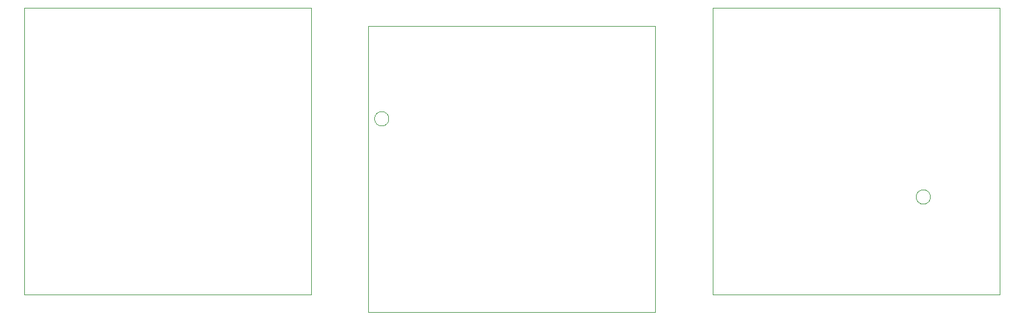
<source format=gbr>
G04 #@! TF.GenerationSoftware,KiCad,Pcbnew,(5.1.9)-1*
G04 #@! TF.CreationDate,2021-07-05T20:40:17-04:00*
G04 #@! TF.ProjectId,DepthABC,44657074-6841-4424-932e-6b696361645f,rev?*
G04 #@! TF.SameCoordinates,Original*
G04 #@! TF.FileFunction,Other,Fab,Bot*
%FSLAX46Y46*%
G04 Gerber Fmt 4.6, Leading zero omitted, Abs format (unit mm)*
G04 Created by KiCad (PCBNEW (5.1.9)-1) date 2021-07-05 20:40:17*
%MOMM*%
%LPD*%
G01*
G04 APERTURE LIST*
%ADD10C,0.100000*%
%ADD11C,0.050000*%
G04 APERTURE END LIST*
D10*
G04 #@! TO.C,FID4*
X246848400Y-143708400D02*
G75*
G03*
X246848400Y-143708400I-1000000J0D01*
G01*
G04 #@! TO.C,FID1*
X171258000Y-132786400D02*
G75*
G03*
X171258000Y-132786400I-1000000J0D01*
G01*
D11*
G04 #@! TO.C,CAM3*
X168388520Y-159803940D02*
X208388520Y-159803940D01*
X168388520Y-119803940D02*
X168388520Y-159803940D01*
X208388520Y-119803940D02*
X168388520Y-119803940D01*
X208388520Y-159803940D02*
X208388520Y-119803940D01*
G04 #@! TO.C,CAM2*
X256469720Y-117303940D02*
X216469720Y-117303940D01*
X256469720Y-157303940D02*
X256469720Y-117303940D01*
X216469720Y-157303940D02*
X256469720Y-157303940D01*
X216469720Y-117303940D02*
X216469720Y-157303940D01*
G04 #@! TO.C,CAM1*
X160408920Y-117303940D02*
X120408920Y-117303940D01*
X160408920Y-157303940D02*
X160408920Y-117303940D01*
X120408920Y-157303940D02*
X160408920Y-157303940D01*
X120408920Y-117303940D02*
X120408920Y-157303940D01*
G04 #@! TD*
M02*

</source>
